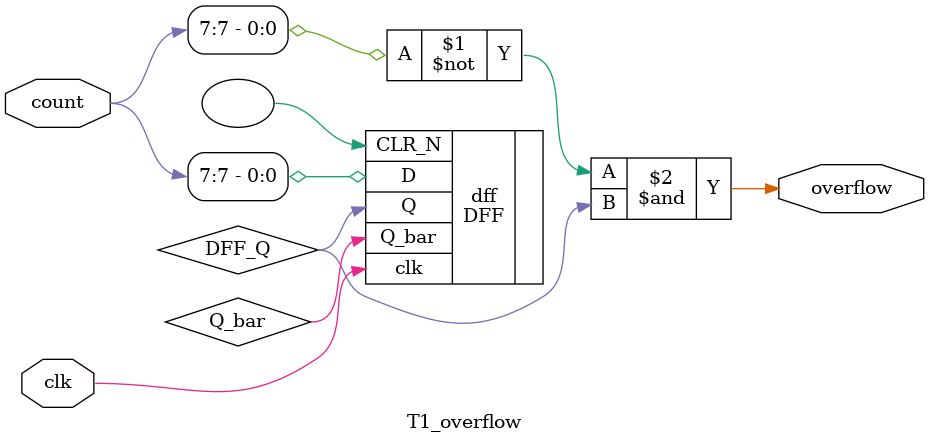
<source format=sv>
`timescale 1ns / 1ps


module T1_overflow(
input logic [7:0] count,
input logic clk,
output logic overflow
    );
    
    logic DFF_Q;
    assign overflow = (~count[7]) & DFF_Q;
    
  DFF dff(
  .clk(clk),
  .D(count[7]),
  .Q(DFF_Q),
  .Q_bar,
  .CLR_N()
  );  
    
endmodule

</source>
